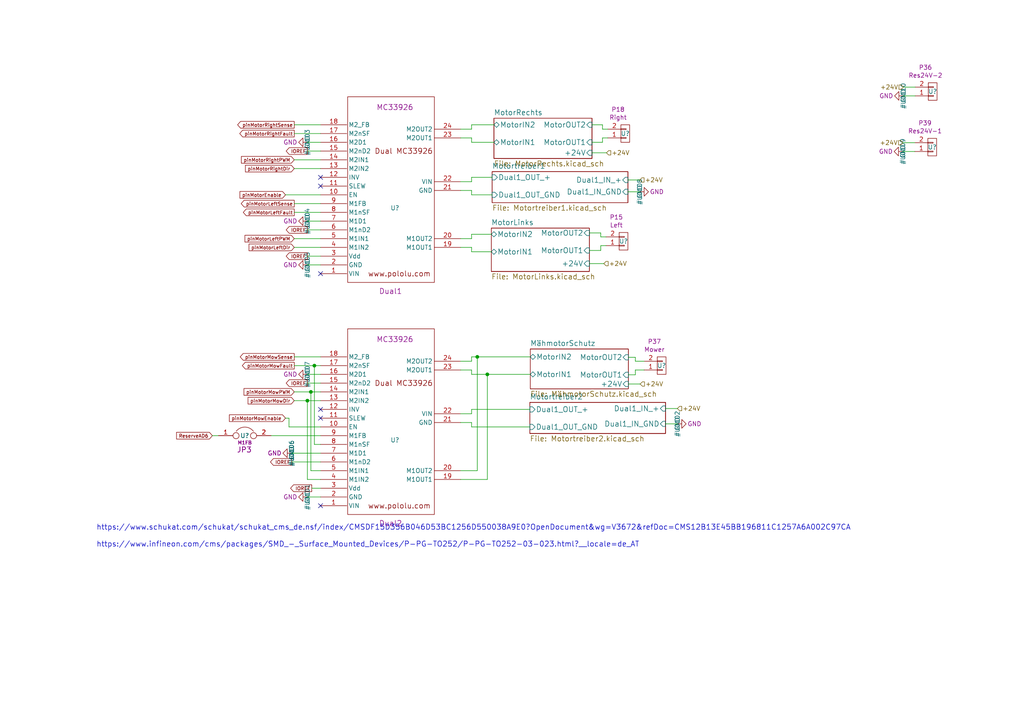
<source format=kicad_sch>
(kicad_sch (version 20200608) (host eeschema "(5.99.0-1946-g60915fbc7)")
  (page 2 33)
  (paper "A4")
  (title_block (title "Ardumower shield SVN Version") (date "2017-04-13") (rev "1.3") (company "ML AG JL UZ"))
  (lib_symbols
    (symbol "ardumower-mega-shield-svn-rescue:CONN_01X02-RESCUE-ardumower_mega_shield_svn" (pin_names hide)
      (property "Referenz" "J" (at 0 3.81 0))
      (property "Wert" "CONN_01X02-RESCUE-ardumower_mega_shield_svn" (at 2.54 0 90))
      (symbol "CONN_01X02-RESCUE-ardumower_mega_shield_svn_0_1"
        (rectangle (start -1.27 -1.143) (end 0.254 -1.397))
        (rectangle (start -1.27 1.397) (end 0.254 1.143))
        (rectangle (start -1.27 2.54) (end 1.27 -2.54))
      )
      (symbol "CONN_01X02-RESCUE-ardumower_mega_shield_svn_1_1"
        (pin passive line (at -5.08 1.27 0) (length 3.81) (name "P1") (number "1"))
        (pin passive line (at -5.08 -1.27 0) (length 3.81) (name "P2") (number "2"))
      )
    )
    (symbol "ardumower-mega-shield-svn-rescue:GND-RESCUE-ardumower_mega_shield_svn" (power) (pin_names (offset 0))
      (property "Wert" "GND-RESCUE-ardumower_mega_shield_svn" (at 0 -3.81 0))
      (symbol "GND-RESCUE-ardumower_mega_shield_svn_0_1"
        (polyline (pts (xy 0 0) (xy 0 -1.27) (xy 1.27 -1.27) (xy 0 -2.54) (xy -1.27 -1.27) (xy 0 -1.27)))
      )
      (symbol "GND-RESCUE-ardumower_mega_shield_svn_1_1"
        (pin power_in line (at 0 0 270) (length 0) hide (name "GND") (number "1"))
      )
    )
    (symbol "ardumower-mega-shield-svn-rescue:Jumper-RESCUE-ardumower_mega_shield_svn" (pin_names (offset 0.762) hide)
      (property "Referenz" "JP" (at 0 3.81 0))
      (property "Wert" "Jumper-RESCUE-ardumower_mega_shield_svn" (at 0 -2.032 0))
      (symbol "Jumper-RESCUE-ardumower_mega_shield_svn_0_1"
        (arc (start -2.4892 1.27) (end 2.5146 1.27) (radius (at 0 -0.6604) (length 3.175) (angles 142.6 37.3)))
        (circle (center -2.54 0) (radius 0.889))
        (circle (center 2.54 0) (radius 0.889))
        (pin passive line (at -7.62 0 0) (length 4.191) (name "1") (number "1"))
        (pin passive line (at 7.62 0 180) (length 4.191) (name "2") (number "2"))
      )
    )
    (symbol "ardumower-mega-shield-svn-rescue:MC33926-RESCUE-ardumower_mega_shield_svn"
      (property "Referenz" "U" (at -1.27 -24.13 0))
      (property "Wert" "MC33926-RESCUE-ardumower_mega_shield_svn" (at -0.762 27.94 0))
      (symbol "MC33926-RESCUE-ardumower_mega_shield_svn_0_0"
        (text "Dual MC33926" (at 2.54 16.51 0) (effects (font (size 1.524 1.524))))
        (text "www.pololu.com" (at 1.27 -19.05 0) (effects (font (size 1.524 1.524))))
      )
      (symbol "MC33926-RESCUE-ardumower_mega_shield_svn_0_1"
        (rectangle (start -13.716 32.258) (end 11.43 -21.59))
      )
      (symbol "MC33926-RESCUE-ardumower_mega_shield_svn_1_1"
        (pin input line (at -21.59 -19.05 0) (length 7.62) (name "VIN") (number "1"))
        (pin input line (at -21.59 3.81 0) (length 7.62) (name "EN") (number "10"))
        (pin input line (at -21.59 6.35 0) (length 7.62) (name "SLEW") (number "11"))
        (pin input line (at -21.59 8.89 0) (length 7.62) (name "INV") (number "12"))
        (pin input line (at -21.59 11.43 0) (length 7.62) (name "M2IN2") (number "13"))
        (pin input line (at -21.59 13.97 0) (length 7.62) (name "M2IN1") (number "14"))
        (pin input line (at -21.59 16.51 0) (length 7.62) (name "M2nD2") (number "15"))
        (pin input line (at -21.59 19.05 0) (length 7.62) (name "M2D1") (number "16"))
        (pin input line (at -21.59 21.59 0) (length 7.62) (name "M2nSF") (number "17"))
        (pin input line (at -21.59 24.13 0) (length 7.62) (name "M2_FB") (number "18"))
        (pin input line (at 19.05 -11.43 180) (length 7.62) (name "M1OUT1") (number "19"))
        (pin input line (at -21.59 -16.51 0) (length 7.62) (name "GND") (number "2"))
        (pin input line (at 19.05 -8.89 180) (length 7.62) (name "M1OUT2") (number "20"))
        (pin input line (at 19.05 5.08 180) (length 7.62) (name "GND") (number "21"))
        (pin input line (at 19.05 7.62 180) (length 7.62) (name "VIN") (number "22"))
        (pin input line (at 19.05 20.32 180) (length 7.62) (name "M2OUT1") (number "23"))
        (pin input line (at 19.05 22.86 180) (length 7.62) (name "M2OUT2") (number "24"))
        (pin input line (at -21.59 -13.97 0) (length 7.62) (name "Vdd") (number "3"))
        (pin input line (at -21.59 -11.43 0) (length 7.62) (name "M1IN2") (number "4"))
        (pin input line (at -21.59 -8.89 0) (length 7.62) (name "M1IN1") (number "5"))
        (pin input line (at -21.59 -6.35 0) (length 7.62) (name "M1nD2") (number "6"))
        (pin input line (at -21.59 -3.81 0) (length 7.62) (name "M1D1") (number "7"))
        (pin input line (at -21.59 -1.27 0) (length 7.62) (name "M1nSF") (number "8"))
        (pin input line (at -21.59 1.27 0) (length 7.62) (name "M1FB") (number "9"))
      )
    )
  )
  (junction (at 89.154 116.205))
  (junction (at 90.17 113.665))
  (junction (at 91.186 106.045))
  (junction (at 138.43 103.505))
  (junction (at 141.351 108.585))
  (no_connect (at 92.964 79.375))
  (no_connect (at 92.964 146.685))
  (no_connect (at 92.964 53.975))
  (no_connect (at 92.964 51.435))
  (no_connect (at 92.964 121.285))
  (no_connect (at 92.964 118.745))
  (wire (pts (xy 63.373 126.365) (xy 61.595 126.365)))
  (wire (pts (xy 78.613 126.365) (xy 92.964 126.365)))
  (wire (pts (xy 82.804 56.515) (xy 92.964 56.515)))
  (wire (pts (xy 83.82 121.285) (xy 82.804 121.285)))
  (wire (pts (xy 83.82 123.825) (xy 83.82 121.285)))
  (wire (pts (xy 83.82 123.825) (xy 92.964 123.825)))
  (wire (pts (xy 84.582 131.445) (xy 92.964 131.445)))
  (wire (pts (xy 85.344 36.195) (xy 92.964 36.195)))
  (wire (pts (xy 85.344 38.735) (xy 92.964 38.735)))
  (wire (pts (xy 85.344 46.355) (xy 92.964 46.355)))
  (wire (pts (xy 85.344 48.895) (xy 92.964 48.895)))
  (wire (pts (xy 85.344 59.055) (xy 92.964 59.055)))
  (wire (pts (xy 85.344 61.595) (xy 92.964 61.595)))
  (wire (pts (xy 85.344 69.215) (xy 92.964 69.215)))
  (wire (pts (xy 85.344 71.755) (xy 92.964 71.755)))
  (wire (pts (xy 85.344 103.505) (xy 92.964 103.505)))
  (wire (pts (xy 85.344 106.045) (xy 91.186 106.045)))
  (wire (pts (xy 85.344 113.665) (xy 90.17 113.665)))
  (wire (pts (xy 85.344 116.205) (xy 89.154 116.205)))
  (wire (pts (xy 89.154 41.275) (xy 92.964 41.275)))
  (wire (pts (xy 89.154 43.815) (xy 92.964 43.815)))
  (wire (pts (xy 89.154 74.295) (xy 92.964 74.295)))
  (wire (pts (xy 89.154 76.835) (xy 92.964 76.835)))
  (wire (pts (xy 89.154 108.585) (xy 92.964 108.585)))
  (wire (pts (xy 89.154 116.205) (xy 89.154 139.065)))
  (wire (pts (xy 89.154 116.205) (xy 92.964 116.205)))
  (wire (pts (xy 89.154 139.065) (xy 92.964 139.065)))
  (wire (pts (xy 89.154 144.145) (xy 92.964 144.145)))
  (wire (pts (xy 90.17 113.665) (xy 92.964 113.665)))
  (wire (pts (xy 90.17 136.525) (xy 90.17 113.665)))
  (wire (pts (xy 91.186 106.045) (xy 92.964 106.045)))
  (wire (pts (xy 91.186 128.905) (xy 91.186 106.045)))
  (wire (pts (xy 92.964 64.135) (xy 89.154 64.135)))
  (wire (pts (xy 92.964 66.675) (xy 89.154 66.675)))
  (wire (pts (xy 92.964 111.125) (xy 89.154 111.125)))
  (wire (pts (xy 92.964 128.905) (xy 91.186 128.905)))
  (wire (pts (xy 92.964 133.985) (xy 84.582 133.985)))
  (wire (pts (xy 92.964 136.525) (xy 90.17 136.525)))
  (wire (pts (xy 92.964 141.605) (xy 90.424 141.605)))
  (wire (pts (xy 133.604 136.525) (xy 138.43 136.525)))
  (wire (pts (xy 133.604 139.065) (xy 141.351 139.065)))
  (wire (pts (xy 136.779 36.195) (xy 136.779 37.465)))
  (wire (pts (xy 136.779 36.195) (xy 143.256 36.195)))
  (wire (pts (xy 136.779 37.465) (xy 133.604 37.465)))
  (wire (pts (xy 136.779 40.005) (xy 133.604 40.005)))
  (wire (pts (xy 136.779 41.275) (xy 136.779 40.005)))
  (wire (pts (xy 136.779 41.275) (xy 143.256 41.275)))
  (wire (pts (xy 136.779 51.435) (xy 142.748 51.435)))
  (wire (pts (xy 136.779 52.705) (xy 133.604 52.705)))
  (wire (pts (xy 136.779 52.705) (xy 136.779 51.435)))
  (wire (pts (xy 136.779 55.245) (xy 133.604 55.245)))
  (wire (pts (xy 136.779 55.245) (xy 136.779 56.515)))
  (wire (pts (xy 136.779 56.515) (xy 142.748 56.515)))
  (wire (pts (xy 136.779 67.945) (xy 136.779 69.215)))
  (wire (pts (xy 136.779 67.945) (xy 142.494 67.945)))
  (wire (pts (xy 136.779 69.215) (xy 133.604 69.215)))
  (wire (pts (xy 136.779 71.755) (xy 133.604 71.755)))
  (wire (pts (xy 136.779 73.025) (xy 136.779 71.755)))
  (wire (pts (xy 136.779 73.025) (xy 142.494 73.025)))
  (wire (pts (xy 136.779 103.505) (xy 136.779 104.775)))
  (wire (pts (xy 136.779 103.505) (xy 138.43 103.505)))
  (wire (pts (xy 136.779 104.775) (xy 133.604 104.775)))
  (wire (pts (xy 136.779 107.315) (xy 133.604 107.315)))
  (wire (pts (xy 136.779 108.585) (xy 136.779 107.315)))
  (wire (pts (xy 136.779 108.585) (xy 141.351 108.585)))
  (wire (pts (xy 136.779 118.745) (xy 153.67 118.745)))
  (wire (pts (xy 136.779 120.015) (xy 133.604 120.015)))
  (wire (pts (xy 136.779 120.015) (xy 136.779 118.745)))
  (wire (pts (xy 136.779 122.555) (xy 133.604 122.555)))
  (wire (pts (xy 136.779 122.555) (xy 136.779 123.825)))
  (wire (pts (xy 136.779 123.825) (xy 153.67 123.825)))
  (wire (pts (xy 138.43 103.505) (xy 153.797 103.505)))
  (wire (pts (xy 138.43 136.525) (xy 138.43 103.505)))
  (wire (pts (xy 141.351 108.585) (xy 153.797 108.585)))
  (wire (pts (xy 141.351 139.065) (xy 141.351 108.585)))
  (wire (pts (xy 174.244 67.564) (xy 170.942 67.564)))
  (wire (pts (xy 174.244 67.564) (xy 174.244 68.707)))
  (wire (pts (xy 174.244 68.707) (xy 175.768 68.707)))
  (wire (pts (xy 174.244 71.247) (xy 175.768 71.247)))
  (wire (pts (xy 174.244 72.644) (xy 170.942 72.644)))
  (wire (pts (xy 174.244 72.644) (xy 174.244 71.247)))
  (wire (pts (xy 174.752 36.195) (xy 171.704 36.195)))
  (wire (pts (xy 174.752 36.195) (xy 174.752 37.465)))
  (wire (pts (xy 174.752 37.465) (xy 176.276 37.465)))
  (wire (pts (xy 174.752 40.005) (xy 176.276 40.005)))
  (wire (pts (xy 174.752 41.275) (xy 171.704 41.275)))
  (wire (pts (xy 174.752 41.275) (xy 174.752 40.005)))
  (wire (pts (xy 175.133 76.454) (xy 170.942 76.454)))
  (wire (pts (xy 175.895 44.323) (xy 171.704 44.323)))
  (wire (pts (xy 182.118 52.197) (xy 185.547 52.197)))
  (wire (pts (xy 182.118 55.626) (xy 185.547 55.626)))
  (wire (pts (xy 182.245 111.379) (xy 185.674 111.379)))
  (wire (pts (xy 184.277 103.632) (xy 182.245 103.632)))
  (wire (pts (xy 184.277 103.632) (xy 184.277 104.775)))
  (wire (pts (xy 184.277 104.775) (xy 186.817 104.775)))
  (wire (pts (xy 184.277 107.315) (xy 186.817 107.315)))
  (wire (pts (xy 184.277 108.712) (xy 182.245 108.712)))
  (wire (pts (xy 184.277 108.712) (xy 184.277 107.315)))
  (wire (pts (xy 193.04 118.491) (xy 196.469 118.491)))
  (wire (pts (xy 193.04 122.936) (xy 196.469 122.936)))
  (wire (pts (xy 265.303 41.402) (xy 261.874 41.402)))
  (wire (pts (xy 265.303 43.942) (xy 261.874 43.942)))
  (wire (pts (xy 265.43 25.273) (xy 262.001 25.273)))
  (wire (pts (xy 265.43 27.813) (xy 262.001 27.813)))
  (text "Unsere Motoren haben:\nEncoder 5 Impulse pro Umdrehung\n31 Umdrehungen nach dem Getriebe\nmit einer Übersetzung 1:212\nDas entspricht etwa 6572 Umdrehungen des Motors vor dem Getriebe.\nDas heißt der Motor vor dem Getriebe dreht sich 212mal damit der Motor nach dem Getriebe sich 1 mal dreht.\nImpulse pro Umdrehung wäre demnach : 6572 /31 = 212\nDa der Encoder aber vor dem Getriebe sitzt haben wir bei einer Radumdrehung 212*5 Impulse.\nAlso 1060 pro Radumdrehung" (at 25.273 -11.938 0) (effects (font (size 2.0066 2.0066)) (justify left bottom)))
  (text "https://www.schukat.com/schukat/schukat_cms_de.nsf/index/CMSDF15D356B046D53BC1256D550038A9E0?OpenDocument&wg=V3672&refDoc=CMS12B13E45BB196811C1257A6A002C97CA\n\nhttps://www.infineon.com/cms/packages/SMD_-_Surface_Mounted_Devices/P-PG-TO252/P-PG-TO252-03-023.html?__locale=de_AT" (at 27.94 158.877 0) (effects (font (size 1.524 1.524)) (justify left bottom)))
  (global_label "ReserveAD6" (shape input) (at 61.595 126.365 180) (effects (font (size 0.9906 0.9906))))
  (global_label "pinMotorEnable" (shape input) (at 82.804 56.515 180) (effects (font (size 0.9906 0.9906))))
  (global_label "pinMotorMowEnable" (shape input) (at 82.804 121.285 180) (effects (font (size 0.9906 0.9906))))
  (global_label "IOREF" (shape output) (at 84.582 133.985 180) (effects (font (size 0.9906 0.9906))))
  (global_label "pinMotorRightSense" (shape output) (at 85.344 36.195 180) (effects (font (size 0.9906 0.9906))))
  (global_label "pinMotorRightFault" (shape output) (at 85.344 38.735 180) (effects (font (size 0.9906 0.9906))))
  (global_label "pinMotorRightPWM" (shape input) (at 85.344 46.355 180) (effects (font (size 0.9906 0.9906))))
  (global_label "pinMotorRightDir" (shape input) (at 85.344 48.895 180) (effects (font (size 0.9906 0.9906))))
  (global_label "pinMotorLeftSense" (shape output) (at 85.344 59.055 180) (effects (font (size 0.9906 0.9906))))
  (global_label "pinMotorLeftFault" (shape output) (at 85.344 61.595 180) (effects (font (size 0.9906 0.9906))))
  (global_label "pinMotorLeftPWM" (shape input) (at 85.344 69.215 180) (effects (font (size 0.9906 0.9906))))
  (global_label "pinMotorLeftDir" (shape input) (at 85.344 71.755 180) (effects (font (size 0.9906 0.9906))))
  (global_label "pinMotorMowSense" (shape output) (at 85.344 103.505 180) (effects (font (size 0.9906 0.9906))))
  (global_label "pinMotorMowFault" (shape output) (at 85.344 106.045 180) (effects (font (size 0.9906 0.9906))))
  (global_label "pinMotorMowPWM" (shape input) (at 85.344 113.665 180) (effects (font (size 0.9906 0.9906))))
  (global_label "pinMotorMowDir" (shape input) (at 85.344 116.205 180) (effects (font (size 0.9906 0.9906))))
  (global_label "IOREF" (shape output) (at 89.154 43.815 180) (effects (font (size 0.9906 0.9906))))
  (global_label "IOREF" (shape output) (at 89.154 66.675 180) (effects (font (size 0.9906 0.9906))))
  (global_label "IOREF" (shape output) (at 89.154 74.295 180) (effects (font (size 0.9906 0.9906))))
  (global_label "IOREF" (shape output) (at 89.154 111.125 180) (effects (font (size 0.9906 0.9906))))
  (global_label "IOREF" (shape output) (at 90.424 141.605 180) (effects (font (size 0.9906 0.9906))))
  (hierarchical_label "+24V" (shape input) (at 175.133 76.454 0))
  (hierarchical_label "+24V" (shape input) (at 175.895 44.323 0))
  (hierarchical_label "+24V" (shape input) (at 185.547 52.197 0))
  (hierarchical_label "+24V" (shape input) (at 185.674 111.379 0))
  (hierarchical_label "+24V" (shape input) (at 196.469 118.491 0))
  (hierarchical_label "+24V" (shape input) (at 261.874 41.402 180))
  (hierarchical_label "+24V" (shape input) (at 262.001 25.273 180))
  (symbol (lib_id "ardumower-mega-shield-svn-rescue:GND-RESCUE-ardumower_mega_shield_svn") (at 84.582 131.445 270) (mirror x) (unit 1)
    (property "Referenz" "#PWR018" (effects hide))
    (property "Wert" "GND" (at 79.629 131.445 90))
  )
  (symbol (lib_id "ardumower-mega-shield-svn-rescue:GND-RESCUE-ardumower_mega_shield_svn") (at 89.154 41.275 270) (mirror x) (unit 1)
    (property "Referenz" "#PWR016" (effects hide))
    (property "Wert" "GND" (at 84.201 41.275 90))
  )
  (symbol (lib_id "ardumower-mega-shield-svn-rescue:GND-RESCUE-ardumower_mega_shield_svn") (at 89.154 64.135 270) (mirror x) (unit 1)
    (property "Referenz" "#PWR015" (effects hide))
    (property "Wert" "GND" (at 84.201 64.135 90))
  )
  (symbol (lib_id "ardumower-mega-shield-svn-rescue:GND-RESCUE-ardumower_mega_shield_svn") (at 89.154 76.835 270) (mirror x) (unit 1)
    (property "Referenz" "#PWR014" (effects hide))
    (property "Wert" "GND" (at 84.201 76.835 90))
  )
  (symbol (lib_id "ardumower-mega-shield-svn-rescue:GND-RESCUE-ardumower_mega_shield_svn") (at 89.154 108.585 270) (mirror x) (unit 1)
    (property "Referenz" "#PWR017" (effects hide))
    (property "Wert" "GND" (at 84.201 108.585 90))
  )
  (symbol (lib_id "ardumower-mega-shield-svn-rescue:GND-RESCUE-ardumower_mega_shield_svn") (at 89.154 144.145 270) (mirror x) (unit 1)
    (property "Referenz" "#PWR019" (effects hide))
    (property "Wert" "GND" (at 84.201 144.145 90))
  )
  (symbol (lib_id "ardumower-mega-shield-svn-rescue:GND-RESCUE-ardumower_mega_shield_svn") (at 185.547 55.626 90) (unit 1)
    (property "Referenz" "#PWR013" (effects hide))
    (property "Wert" "GND" (at 190.5 55.626 90))
  )
  (symbol (lib_id "ardumower-mega-shield-svn-rescue:GND-RESCUE-ardumower_mega_shield_svn") (at 196.469 122.936 90) (unit 1)
    (property "Referenz" "#PWR020" (effects hide))
    (property "Wert" "GND" (at 201.422 122.936 90))
  )
  (symbol (lib_id "ardumower-mega-shield-svn-rescue:GND-RESCUE-ardumower_mega_shield_svn") (at 261.874 43.942 270) (mirror x) (unit 1)
    (property "Referenz" "#PWR021" (effects hide))
    (property "Wert" "GND" (at 256.921 43.942 90))
  )
  (symbol (lib_id "ardumower-mega-shield-svn-rescue:GND-RESCUE-ardumower_mega_shield_svn") (at 262.001 27.813 270) (mirror x) (unit 1)
    (property "Referenz" "#PWR022" (effects hide))
    (property "Wert" "GND" (at 257.048 27.813 90))
  )
  (symbol (lib_id "ardumower-mega-shield-svn-rescue:CONN_01X02-RESCUE-ardumower_mega_shield_svn") (at 180.848 69.977 0) (mirror x) (unit 1)
    (property "Referenz" "P15" (at 178.7652 62.992 0))
    (property "Wert" "Left" (at 178.7652 65.3034 0))
    (property "Footprint" "Terminal_Blocks:TerminalBlock_Pheonix_MKDS1.5-2pol" (effects hide))
    (property "Gehäuseart" "Value" (effects hide))
    (property "Bestelllink" "Value" (effects hide))
    (property "Technische Daten" "Value" (effects hide))
    (property "Bestellnummer" "Value" (effects hide))
    (property "Bauform" "Value" (effects hide))
  )
  (symbol (lib_id "ardumower-mega-shield-svn-rescue:CONN_01X02-RESCUE-ardumower_mega_shield_svn") (at 181.356 38.735 0) (mirror x) (unit 1)
    (property "Referenz" "P18" (at 179.2732 31.75 0))
    (property "Wert" "Right" (at 179.2732 34.0614 0))
    (property "Footprint" "Terminal_Blocks:TerminalBlock_Pheonix_MKDS1.5-2pol" (effects hide))
    (property "Gehäuseart" "Value" (effects hide))
    (property "Bestelllink" "Value" (effects hide))
    (property "Technische Daten" "Value" (effects hide))
    (property "Bestellnummer" "Value" (effects hide))
    (property "Bauform" "Value" (effects hide))
    (property "Funktion" "Value" (effects hide))
    (property "Hersteller" "Value" (effects hide))
    (property "Hersteller Bestellnummer" "Value" (effects hide))
  )
  (symbol (lib_id "ardumower-mega-shield-svn-rescue:CONN_01X02-RESCUE-ardumower_mega_shield_svn") (at 191.897 106.045 0) (mirror x) (unit 1)
    (property "Referenz" "P37" (at 189.8142 99.06 0))
    (property "Wert" "Mower" (at 189.8142 101.3714 0))
    (property "Footprint" "Zimprich:Anschlussklemme_RM5,08-RM7,62" (effects hide))
    (property "Gehäuseart" "Value" (effects hide))
    (property "Bestelllink" "Value" (effects hide))
    (property "Technische Daten" "Value" (effects hide))
    (property "Bestellnummer" "Value" (effects hide))
    (property "Bauform" "Value" (effects hide))
  )
  (symbol (lib_id "ardumower-mega-shield-svn-rescue:CONN_01X02-RESCUE-ardumower_mega_shield_svn") (at 270.383 42.672 0) (mirror x) (unit 1)
    (property "Referenz" "P39" (at 268.3002 35.687 0))
    (property "Wert" "Res24V-1" (at 268.3002 37.9984 0))
    (property "Footprint" "Terminal_Blocks:TerminalBlock_Pheonix_MKDS1.5-2pol" (effects hide))
    (property "Gehäuseart" "Value" (effects hide))
    (property "Bestelllink" "Value" (effects hide))
    (property "Technische Daten" "Value" (effects hide))
    (property "Bestellnummer" "Value" (effects hide))
    (property "Bauform" "Value" (effects hide))
  )
  (symbol (lib_id "ardumower-mega-shield-svn-rescue:CONN_01X02-RESCUE-ardumower_mega_shield_svn") (at 270.51 26.543 0) (mirror x) (unit 1)
    (property "Referenz" "P36" (at 268.4272 19.558 0))
    (property "Wert" "Res24V-2" (at 268.4272 21.8694 0))
    (property "Footprint" "Terminal_Blocks:TerminalBlock_Pheonix_MKDS1.5-2pol" (effects hide))
    (property "Gehäuseart" "Value" (effects hide))
    (property "Bestelllink" "Value" (effects hide))
    (property "Technische Daten" "Value" (effects hide))
    (property "Bestellnummer" "Value" (effects hide))
    (property "Bauform" "Value" (effects hide))
  )
  (symbol (lib_id "ardumower-mega-shield-svn-rescue:Jumper-RESCUE-ardumower_mega_shield_svn") (at 70.993 126.365 0) (unit 1)
    (property "Referenz" "JP3" (at 70.866 130.429 0) (effects (font (size 1.524 1.524))))
    (property "Wert" "M1FB" (at 70.993 128.397 0) (effects (font (size 1.016 1.016))))
    (property "Footprint" "Zimprich:SJ" (effects hide))
    (property "Gehäuseart" "Value" (effects hide))
    (property "Bestelllink" "Value" (effects hide))
  )
  (symbol (lib_id "ardumower-mega-shield-svn-rescue:MC33926-RESCUE-ardumower_mega_shield_svn") (at 114.554 60.325 0) (unit 1)
    (property "Referenz" "Dual1" (at 113.284 84.455 0) (effects (font (size 1.524 1.524))))
    (property "Wert" "MC33926" (at 114.554 31.115 0) (effects (font (size 1.524 1.524))))
    (property "Footprint" "Zimprich:MC_33926_31polig_mit_Bohrloch_neue_Masse_mit_zweite_Lochreihe" (effects hide))
    (property "Gehäuseart" "Value" (effects hide))
    (property "Bestelllink" "Value" (effects hide))
  )
  (symbol (lib_id "ardumower-mega-shield-svn-rescue:MC33926-RESCUE-ardumower_mega_shield_svn") (at 114.554 127.635 0) (unit 1)
    (property "Referenz" "Dual2" (at 113.284 151.765 0) (effects (font (size 1.524 1.524))))
    (property "Wert" "MC33926" (at 114.554 98.425 0) (effects (font (size 1.524 1.524))))
    (property "Footprint" "Zimprich:MC_33926_31polig_mit_Bohrloch_neue_Masse_mit_zweite_Lochreihe" (effects hide))
    (property "Gehäuseart" "Value" (effects hide))
    (property "Bestelllink" "Value" (effects hide))
  )
  (sheet (at 142.494 66.167) (size 28.448 12.573)
    (property "Schaltplanname" "MotorLinks" (at 142.494 65.4045 0) (effects (font (size 1.524 1.524)) (justify left bottom)))
    (property "Dateiname Blatt" "MotorLinks.kicad_sch" (at 142.494 79.3501 0) (effects (font (size 1.524 1.524)) (justify left top)))
    (pin "MotorIN1" bidirectional (at 142.494 73.025 180) (effects (font (size 1.524 1.524))))
    (pin "MotorIN2" bidirectional (at 142.494 67.945 180) (effects (font (size 1.524 1.524))))
    (pin "MotorOUT1" input (at 170.942 72.644 0) (effects (font (size 1.524 1.524))))
    (pin "MotorOUT2" input (at 170.942 67.564 0) (effects (font (size 1.524 1.524))))
    (pin "+24V" input (at 170.942 76.454 0) (effects (font (size 1.524 1.524))))
  )
  (sheet (at 143.256 34.29) (size 28.448 11.684)
    (property "Schaltplanname" "MotorRechts" (at 143.256 33.5275 0) (effects (font (size 1.524 1.524)) (justify left bottom)))
    (property "Dateiname Blatt" "MotorRechts.kicad_sch" (at 143.256 46.5841 0) (effects (font (size 1.524 1.524)) (justify left top)))
    (pin "MotorIN1" bidirectional (at 143.256 41.275 180) (effects (font (size 1.524 1.524))))
    (pin "MotorIN2" bidirectional (at 143.256 36.195 180) (effects (font (size 1.524 1.524))))
    (pin "MotorOUT1" input (at 171.704 41.275 0) (effects (font (size 1.524 1.524))))
    (pin "MotorOUT2" input (at 171.704 36.195 0) (effects (font (size 1.524 1.524))))
    (pin "+24V" input (at 171.704 44.323 0) (effects (font (size 1.524 1.524))))
  )
  (sheet (at 142.748 49.784) (size 39.37 9.017)
    (property "Schaltplanname" "Motortreiber1" (at 142.748 49.0215 0) (effects (font (size 1.524 1.524)) (justify left bottom)))
    (property "Dateiname Blatt" "Motortreiber1.kicad_sch" (at 142.748 59.4111 0) (effects (font (size 1.524 1.524)) (justify left top)))
    (pin "Dual1_IN_+" input (at 182.118 52.197 0) (effects (font (size 1.524 1.524))))
    (pin "Dual1_IN_GND" input (at 182.118 55.626 0) (effects (font (size 1.524 1.524))))
    (pin "Dual1_OUT_+" input (at 142.748 51.435 180) (effects (font (size 1.524 1.524))))
    (pin "Dual1_OUT_GND" input (at 142.748 56.515 180) (effects (font (size 1.524 1.524))))
  )
  (sheet (at 153.67 116.713) (size 39.37 9.017)
    (property "Schaltplanname" "Motortreiber2" (at 153.67 115.9505 0) (effects (font (size 1.524 1.524)) (justify left bottom)))
    (property "Dateiname Blatt" "Motortreiber2.kicad_sch" (at 153.67 126.3401 0) (effects (font (size 1.524 1.524)) (justify left top)))
    (pin "Dual1_IN_+" input (at 193.04 118.491 0) (effects (font (size 1.524 1.524))))
    (pin "Dual1_IN_GND" input (at 193.04 122.936 0) (effects (font (size 1.524 1.524))))
    (pin "Dual1_OUT_+" input (at 153.67 118.745 180) (effects (font (size 1.524 1.524))))
    (pin "Dual1_OUT_GND" input (at 153.67 123.825 180) (effects (font (size 1.524 1.524))))
  )
  (sheet (at 153.797 101.219) (size 28.448 11.557)
    (property "Schaltplanname" "MähmotorSchutz" (at 153.797 100.4565 0) (effects (font (size 1.524 1.524)) (justify left bottom)))
    (property "Dateiname Blatt" "MähmotorSchutz.kicad_sch" (at 153.797 113.3861 0) (effects (font (size 1.524 1.524)) (justify left top)))
    (pin "MotorIN1" bidirectional (at 153.797 108.585 180) (effects (font (size 1.524 1.524))))
    (pin "MotorIN2" bidirectional (at 153.797 103.505 180) (effects (font (size 1.524 1.524))))
    (pin "MotorOUT1" input (at 182.245 108.712 0) (effects (font (size 1.524 1.524))))
    (pin "MotorOUT2" input (at 182.245 103.632 0) (effects (font (size 1.524 1.524))))
    (pin "+24V" input (at 182.245 111.379 0) (effects (font (size 1.524 1.524))))
  )
)
</source>
